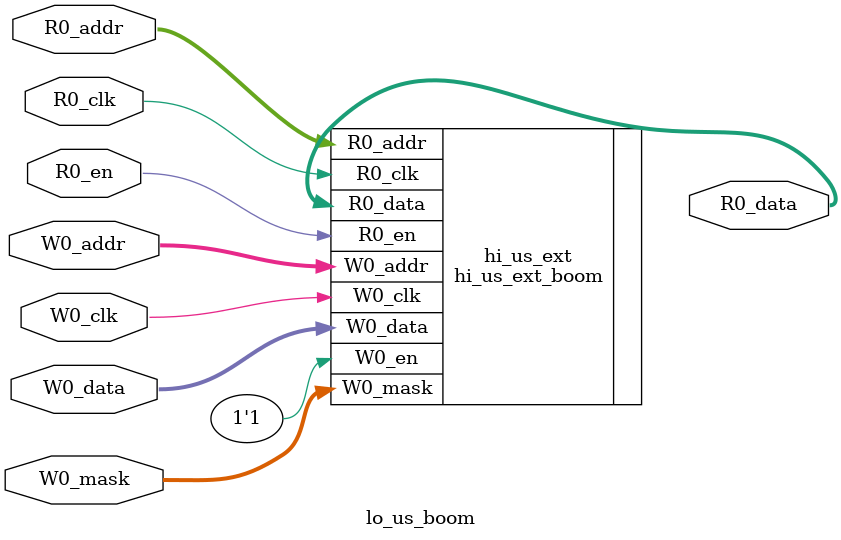
<source format=sv>
`ifndef RANDOMIZE
  `ifdef RANDOMIZE_REG_INIT
    `define RANDOMIZE
  `endif // RANDOMIZE_REG_INIT
`endif // not def RANDOMIZE
`ifndef RANDOMIZE
  `ifdef RANDOMIZE_MEM_INIT
    `define RANDOMIZE
  `endif // RANDOMIZE_MEM_INIT
`endif // not def RANDOMIZE

`ifndef RANDOM
  `define RANDOM $random
`endif // not def RANDOM

// Users can define 'PRINTF_COND' to add an extra gate to prints.
`ifndef PRINTF_COND_
  `ifdef PRINTF_COND
    `define PRINTF_COND_ (`PRINTF_COND)
  `else  // PRINTF_COND
    `define PRINTF_COND_ 1
  `endif // PRINTF_COND
`endif // not def PRINTF_COND_

// Users can define 'ASSERT_VERBOSE_COND' to add an extra gate to assert error printing.
`ifndef ASSERT_VERBOSE_COND_
  `ifdef ASSERT_VERBOSE_COND
    `define ASSERT_VERBOSE_COND_ (`ASSERT_VERBOSE_COND)
  `else  // ASSERT_VERBOSE_COND
    `define ASSERT_VERBOSE_COND_ 1
  `endif // ASSERT_VERBOSE_COND
`endif // not def ASSERT_VERBOSE_COND_

// Users can define 'STOP_COND' to add an extra gate to stop conditions.
`ifndef STOP_COND_
  `ifdef STOP_COND
    `define STOP_COND_ (`STOP_COND)
  `else  // STOP_COND
    `define STOP_COND_ 1
  `endif // STOP_COND
`endif // not def STOP_COND_

// Users can define INIT_RANDOM as general code that gets injected into the
// initializer block for modules with registers.
`ifndef INIT_RANDOM
  `define INIT_RANDOM
`endif // not def INIT_RANDOM

// If using random initialization, you can also define RANDOMIZE_DELAY to
// customize the delay used, otherwise 0.002 is used.
`ifndef RANDOMIZE_DELAY
  `define RANDOMIZE_DELAY 0.002
`endif // not def RANDOMIZE_DELAY

// Define INIT_RANDOM_PROLOG_ for use in our modules below.
`ifndef INIT_RANDOM_PROLOG_
  `ifdef RANDOMIZE
    `ifdef VERILATOR
      `define INIT_RANDOM_PROLOG_ `INIT_RANDOM
    `else  // VERILATOR
      `define INIT_RANDOM_PROLOG_ `INIT_RANDOM #`RANDOMIZE_DELAY begin end
    `endif // VERILATOR
  `else  // RANDOMIZE
    `define INIT_RANDOM_PROLOG_
  `endif // RANDOMIZE
`endif // not def INIT_RANDOM_PROLOG_

module lo_us_boom(	// @[tage.scala:90:27]
  input  [6:0] R0_addr,
  input        R0_en,
               R0_clk,
  input  [6:0] W0_addr,
  input        W0_clk,
  input  [3:0] W0_data,
               W0_mask,
  output [3:0] R0_data
);

  hi_us_ext_boom hi_us_ext (	// @[tage.scala:90:27]
    .R0_addr (R0_addr),
    .R0_en   (R0_en),
    .R0_clk  (R0_clk),
    .W0_addr (W0_addr),
    .W0_en   (1'h1),
    .W0_clk  (W0_clk),
    .W0_data (W0_data),
    .W0_mask (W0_mask),
    .R0_data (R0_data)
  );
endmodule


</source>
